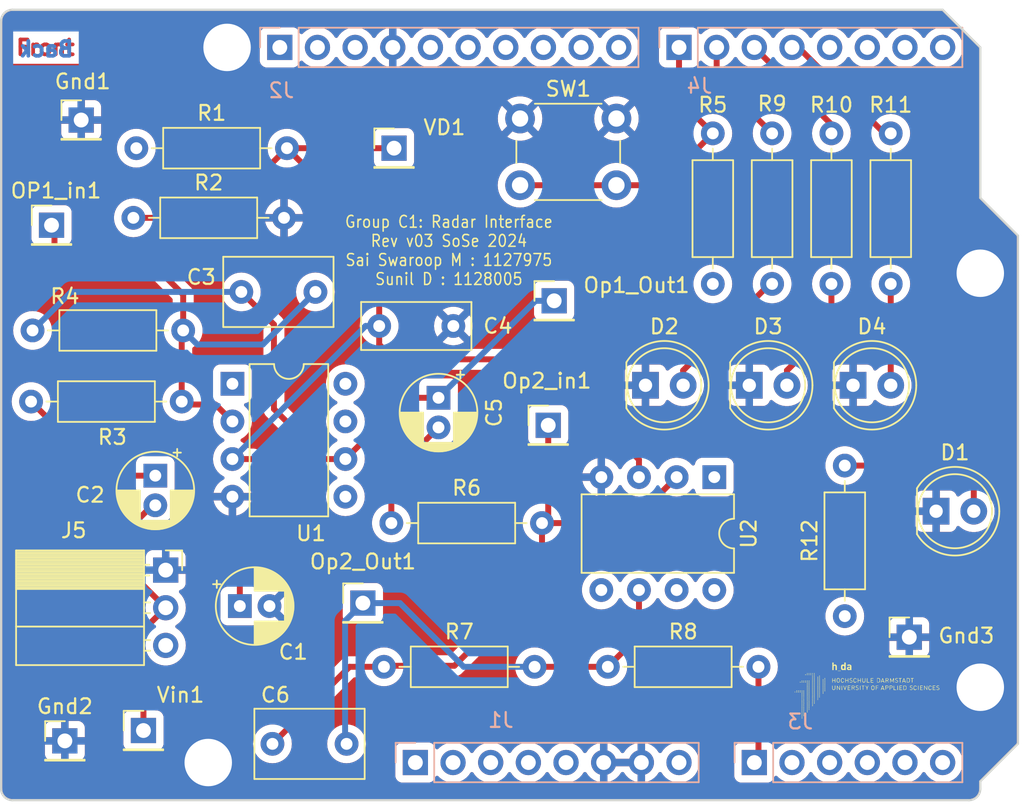
<source format=kicad_pcb>
(kicad_pcb (version 20240108) (generator "pcbnew") (generator_version "8.0")
  (title_block (title "Movement detection based on IPM-165 Radar Interface") (date "2024-05-26") (rev "v03") (company "Hochschule Darmstadt") (comment 1 "Sai Swaroop Maram; Sunil Dabbiru"))
  (layers (0 "F.Cu" signal) (1 "In1.Cu" power "Gnd.Cu") (2 "In2.Cu" power "VCC.Cu") (31 "B.Cu" signal) (34 "B.Paste" user) (35 "F.Paste" user) (36 "B.SilkS" user "B.Silkscreen") (37 "F.SilkS" user "F.Silkscreen") (38 "B.Mask" user) (39 "F.Mask" user) (44 "Edge.Cuts" user))
  (net 0 "")
  (net 1 "GND")
  (net 3 "+5V")
  (net 4 "/IOREF")
  (net 5 "Net-(U1-+)")
  (net 6 "/A1")
  (net 7 "/A2")
  (net 8 "/A3")
  (net 9 "/SDA{slash}A4")
  (net 10 "/SCL{slash}A5")
  (net 11 "/13")
  (net 12 "/12")
  (net 13 "/AREF")
  (net 14 "/8")
  (net 15 "Net-(C2-Pad1)")
  (net 16 "/*11")
  (net 17 "/*10")
  (net 18 "/*9")
  (net 19 "Radar")
  (net 20 "/2")
  (net 21 "Net-(C3-Pad2)")
  (net 22 "Net-(U1--)")
  (net 23 "/TX{slash}1")
  (net 24 "/*3")
  (net 25 "/RX{slash}0")
  (net 26 "Net-(C5-Pad2)")
  (net 28 "/~{RESET}")
  (net 29 "Net-(C6-Pad2)")
  (net 30 "Net-(U2--)")
  (net 31 "Net-(D1-A)")
  (net 32 "Net-(D2-A)")
  (net 33 "Net-(D3-A)")
  (net 34 "Net-(D4-A)")
  (net 36 "VOut")
  (net 37 "Push_Buttoni")
  (net 38 "LED_Redo")
  (net 39 "LED_Greeno")
  (net 40 "LED_Yellowo")
  (footprint "LOGO" (layer "F.Cu") (at 158.4 92.6)
    (property "Reference" "G***" (hide yes))
    (property "Value" "LOGO" (hide yes))
  )
  (footprint "Resistor_THT:R_Axial_DIN0207_L6.3mm_D2.5mm_P10.16mm_Horizontal" (layer "F.Cu") (at 126.32 81.3)
    (property "Reference" "R6" (at 5.08 -2.37 0) (layer "F.SilkS"))
    (property "Value" "33K")
    (pad "1" thru_hole circle (at 0 0) (size 1.6 1.6) (drill 0.8) (layers "*.Cu" "*.Mask") (net 26 "Net-(C5-Pad2)"))
    (pad "2" thru_hole oval (at 10.16 0) (size 1.6 1.6) (drill 0.8) (layers "*.Cu" "*.Mask") (net 30 "Net-(U2--)"))
  )
  (footprint "Connector_PinHeader_2.54mm:PinHeader_1x01_P2.54mm_Vertical" (layer "F.Cu") (at 104.3 96)
    (property "Reference" "Gnd2" (at 0 -2.33 0) (layer "F.SilkS"))
    (property "Value" "Gnd")
    (pad "1" thru_hole rect (at 0 0) (size 1.7 1.7) (drill 1) (layers "*.Cu" "*.Mask") (net 1 "GND"))
  )
  (footprint "Connector_PinHeader_2.54mm:PinHeader_1x01_P2.54mm_Vertical" (layer "F.Cu") (at 126.5 56)
    (property "Reference" "VD1" (at 3.4 -1.4 0) (layer "F.SilkS"))
    (property "Value" "Voltage Divider")
    (pad "1" thru_hole rect (at 0 0) (size 1.7 1.7) (drill 1) (layers "*.Cu" "*.Mask") (net 5 "Net-(U1-+)"))
  )
  (footprint "Connector_PinHeader_2.54mm:PinHeader_1x01_P2.54mm_Vertical" (layer "F.Cu") (at 136.9 74.7)
    (property "Reference" "Op2_in1" (at -0.1 -3 0) (layer "F.SilkS"))
    (property "Value" "OP2_In")
    (pad "1" thru_hole rect (at 0 0) (size 1.7 1.7) (drill 1) (layers "*.Cu" "*.Mask") (net 30 "Net-(U2--)"))
  )
  (footprint "Capacitor_THT:CP_Radial_D5.0mm_P2.00mm" (layer "F.Cu") (at 110.4 78.1 -90)
    (property "Reference" "C2" (at 1.3 4.4 180) (layer "F.SilkS"))
    (property "Value" "4.7 u")
    (pad "1" thru_hole rect (at 0 0 270) (size 1.6 1.6) (drill 0.8) (layers "*.Cu" "*.Mask") (net 15 "Net-(C2-Pad1)"))
    (pad "2" thru_hole circle (at 2 0 270) (size 1.6 1.6) (drill 0.8) (layers "*.Cu" "*.Mask") (net 19 "Radar"))
  )
  (footprint "LED_THT:LED_D5.0mm" (layer "F.Cu") (at 163.06 80.5)
    (property "Reference" "D1" (at 1.27 -3.96 0) (layer "F.SilkS"))
    (property "Value" "LED Red")
    (pad "1" thru_hole rect (at 0 0) (size 1.8 1.8) (drill 0.9) (layers "*.Cu" "*.Mask") (net 1 "GND"))
    (pad "2" thru_hole circle (at 2.54 0) (size 1.8 1.8) (drill 0.9) (layers "*.Cu" "*.Mask") (net 31 "Net-(D1-A)"))
  )
  (footprint "Connector_PinHeader_2.54mm:PinHeader_1x01_P2.54mm_Vertical" (layer "F.Cu") (at 137.3 66.3)
    (property "Reference" "Op1_Out1" (at 5.55 -1.05 0) (layer "F.SilkS"))
    (property "Value" "OP1_Out")
    (pad "1" thru_hole rect (at 0 0) (size 1.7 1.7) (drill 1) (layers "*.Cu" "*.Mask") (net 21 "Net-(C3-Pad2)"))
  )
  (footprint "Resistor_THT:R_Axial_DIN0207_L6.3mm_D2.5mm_P10.16mm_Horizontal" (layer "F.Cu") (at 108.92 60.7)
    (property "Reference" "R2" (at 5.08 -2.37 0) (layer "F.SilkS"))
    (property "Value" "1K")
    (pad "1" thru_hole circle (at 0 0) (size 1.6 1.6) (drill 0.8) (layers "*.Cu" "*.Mask") (net 5 "Net-(U1-+)"))
    (pad "2" thru_hole oval (at 10.16 0) (size 1.6 1.6) (drill 0.8) (layers "*.Cu" "*.Mask") (net 1 "GND"))
  )
  (footprint "Capacitor_THT:C_Rect_L7.2mm_W4.5mm_P5.00mm_FKS2_FKP2_MKS2_MKP2" (layer "F.Cu") (at 118.3 96.2)
    (property "Reference" "C6" (at 0.2 -3.3 0) (layer "F.SilkS"))
    (property "Value" "3.3 n")
    (pad "1" thru_hole circle (at 0 0) (size 1.6 1.6) (drill 0.8) (layers "*.Cu" "*.Mask") (net 30 "Net-(U2--)"))
    (pad "2" thru_hole circle (at 5 0) (size 1.6 1.6) (drill 0.8) (layers "*.Cu" "*.Mask") (net 29 "Net-(C6-Pad2)"))
  )
  (footprint "Resistor_THT:R_Axial_DIN0207_L6.3mm_D2.5mm_P10.16mm_Horizontal" (layer "F.Cu") (at 109.12 56)
    (property "Reference" "R1" (at 5.08 -2.37 0) (layer "F.SilkS"))
    (property "Value" "1K")
    (pad "1" thru_hole circle (at 0 0) (size 1.6 1.6) (drill 0.8) (layers "*.Cu" "*.Mask") (net 3 "+5V"))
    (pad "2" thru_hole oval (at 10.16 0) (size 1.6 1.6) (drill 0.8) (layers "*.Cu" "*.Mask") (net 5 "Net-(U1-+)"))
  )
  (footprint "Resistor_THT:R_Axial_DIN0207_L6.3mm_D2.5mm_P10.16mm_Horizontal" (layer "F.Cu") (at 125.82 91)
    (property "Reference" "R7" (at 5.08 -2.37 0) (layer "F.SilkS"))
    (property "Value" "100K")
    (pad "1" thru_hole circle (at 0 0) (size 1.6 1.6) (drill 0.8) (layers "*.Cu" "*.Mask") (net 30 "Net-(U2--)"))
    (pad "2" thru_hole oval (at 10.16 0) (size 1.6 1.6) (drill 0.8) (layers "*.Cu" "*.Mask") (net 29 "Net-(C6-Pad2)"))
  )
  (footprint "Connector_PinHeader_2.54mm:PinHeader_1x01_P2.54mm_Vertical" (layer "F.Cu") (at 105.4 54.1)
    (property "Reference" "Gnd1" (at 0.1 -2.6 0) (layer "F.SilkS"))
    (property "Value" "Gnd")
    (pad "1" thru_hole rect (at 0 0) (size 1.7 1.7) (drill 1) (layers "*.Cu" "*.Mask") (net 1 "GND"))
  )
  (footprint "Package_DIP:DIP-8_W7.62mm" (layer "F.Cu") (at 148.1 78.2 -90)
    (property "Reference" "U2" (at 3.81 -2.33 90) (layer "F.SilkS"))
    (property "Value" "OPA340P")
    (pad "1" thru_hole rect (at 0 0 270) (size 1.6 1.6) (drill 0.8) (layers "*.Cu" "*.Mask"))
    (pad "2" thru_hole oval (at 0 2.54 270) (size 1.6 1.6) (drill 0.8) (layers "*.Cu" "*.Mask") (net 30 "Net-(U2--)"))
    (pad "3" thru_hole oval (at 0 5.08 270) (size 1.6 1.6) (drill 0.8) (layers "*.Cu" "*.Mask") (net 5 "Net-(U1-+)"))
    (pad "4" thru_hole oval (at 0 7.62 270) (size 1.6 1.6) (drill 0.8) (layers "*.Cu" "*.Mask") (net 1 "GND"))
    (pad "5" thru_hole oval (at 7.62 7.62 270) (size 1.6 1.6) (drill 0.8) (layers "*.Cu" "*.Mask"))
    (pad "6" thru_hole oval (at 7.62 5.08 270) (size 1.6 1.6) (drill 0.8) (layers "*.Cu" "*.Mask") (net 29 "Net-(C6-Pad2)"))
    (pad "7" thru_hole oval (at 7.62 2.54 270) (size 1.6 1.6) (drill 0.8) (layers "*.Cu" "*.Mask") (net 3 "+5V"))
    (pad "8" thru_hole oval (at 7.62 0 270) (size 1.6 1.6) (drill 0.8) (layers "*.Cu" "*.Mask"))
  )
  (footprint "LED_THT:LED_D5.0mm" (layer "F.Cu") (at 157.46 72)
    (property "Reference" "D4" (at 1.27 -3.96 0) (layer "F.SilkS"))
    (property "Value" "Green")
    (pad "1" thru_hole rect (at 0 0) (size 1.8 1.8) (drill 0.9) (layers "*.Cu" "*.Mask") (net 1 "GND"))
    (pad "2" thru_hole circle (at 2.54 0) (size 1.8 1.8) (drill 0.9) (layers "*.Cu" "*.Mask") (net 34 "Net-(D4-A)"))
  )
  (footprint "Arduino_MountingHole:MountingHole_3.2mm" (layer "F.Cu") (at 115.24 49.2)
    (property "Reference" "MH1" (hide yes))
    (property "Value" "MountingHole_3.2mm" (hide yes))
    (pad "" np_thru_hole circle (at 0 0) (size 3.2 3.2) (drill 3.2) (layers "*.Cu" "*.Mask"))
  )
  (footprint "Resistor_THT:R_Axial_DIN0207_L6.3mm_D2.5mm_P10.16mm_Horizontal" (layer "F.Cu") (at 140.92 91)
    (property "Reference" "R8" (at 5.08 -2.37 0) (layer "F.SilkS"))
    (property "Value" "100")
    (pad "1" thru_hole circle (at 0 0) (size 1.6 1.6) (drill 0.8) (layers "*.Cu" "*.Mask") (net 29 "Net-(C6-Pad2)"))
    (pad "2" thru_hole oval (at 10.16 0) (size 1.6 1.6) (drill 0.8) (layers "*.Cu" "*.Mask") (net 36 "VOut"))
  )
  (footprint "Resistor_THT:R_Axial_DIN0207_L6.3mm_D2.5mm_P10.16mm_Horizontal" (layer "F.Cu") (at 156 55 -90)
    (property "Reference" "R10" (at -1.92 0 180) (layer "F.SilkS"))
    (property "Value" "330")
    (pad "1" thru_hole circle (at 0 0 270) (size 1.6 1.6) (drill 0.8) (layers "*.Cu" "*.Mask") (net 40 "LED_Yellowo"))
    (pad "2" thru_hole oval (at 10.16 0 270) (size 1.6 1.6) (drill 0.8) (layers "*.Cu" "*.Mask") (net 33 "Net-(D3-A)"))
  )
  (footprint "Resistor_THT:R_Axial_DIN0207_L6.3mm_D2.5mm_P10.16mm_Horizontal" (layer "F.Cu") (at 112.28 68.3 180)
    (property "Reference" "R4" (at 7.98 2.3 180) (layer "F.SilkS"))
    (property "Value" "220K")
    (pad "1" thru_hole circle (at 0 0 180) (size 1.6 1.6) (drill 0.8) (layers "*.Cu" "*.Mask") (net 22 "Net-(U1--)"))
    (pad "2" thru_hole oval (at 10.16 0 180) (size 1.6 1.6) (drill 0.8) (layers "*.Cu" "*.Mask") (net 21 "Net-(C3-Pad2)"))
  )
  (footprint "Connector_PinHeader_2.54mm:PinHeader_1x01_P2.54mm_Vertical" (layer "F.Cu") (at 124.4 86.7)
    (property "Reference" "Op2_Out1" (at 0 -2.8 0) (layer "F.SilkS"))
    (property "Value" "OP2_out")
    (pad "1" thru_hole rect (at 0 0) (size 1.7 1.7) (drill 1) (layers "*.Cu" "*.Mask") (net 29 "Net-(C6-Pad2)"))
  )
  (footprint "Capacitor_THT:CP_Radial_D5.0mm_P2.00mm" (layer "F.Cu") (at 129.5 72.844888 -90)
    (property "Reference" "C5" (at 1 -3.75 90) (layer "F.SilkS"))
    (property "Value" "4.7 u")
    (pad "1" thru_hole rect (at 0 0 270) (size 1.6 1.6) (drill 0.8) (layers "*.Cu" "*.Mask") (net 21 "Net-(C3-Pad2)"))
    (pad "2" thru_hole circle (at 2 0 270) (size 1.6 1.6) (drill 0.8) (layers "*.Cu" "*.Mask") (net 26 "Net-(C5-Pad2)"))
  )
  (footprint "Connector_PinHeader_2.54mm:PinHeader_1x01_P2.54mm_Vertical" (layer "F.Cu") (at 103.4 61.2)
    (property "Reference" "OP1_in1" (at 0.3 -2.33 0) (layer "F.SilkS"))
    (property "Value" "OP1_In")
    (pad "1" thru_hole rect (at 0 0) (size 1.7 1.7) (drill 1) (layers "*.Cu" "*.Mask") (net 22 "Net-(U1--)"))
  )
  (footprint "Resistor_THT:R_Axial_DIN0207_L6.3mm_D2.5mm_P10.16mm_Horizontal" (layer "F.Cu") (at 148 65.16 90)
    (property "Reference" "R5" (at 12.08 0 0) (layer "F.SilkS"))
    (property "Value" "10K")
    (pad "1" thru_hole circle (at 0 0 90) (size 1.6 1.6) (drill 0.8) (layers "*.Cu" "*.Mask") (net 3 "+5V"))
    (pad "2" thru_hole oval (at 10.16 0 90) (size 1.6 1.6) (drill 0.8) (layers "*.Cu" "*.Mask") (net 37 "Push_Buttoni"))
  )
  (footprint "LED_THT:LED_D5.0mm" (layer "F.Cu") (at 143.46 72)
    (property "Reference" "D2" (at 1.27 -3.96 0) (layer "F.SilkS"))
    (property "Value" "Red")
    (pad "1" thru_hole rect (at 0 0) (size 1.8 1.8) (drill 0.9) (layers "*.Cu" "*.Mask") (net 1 "GND"))
    (pad "2" thru_hole circle (at 2.54 0) (size 1.8 1.8) (drill 0.9) (layers "*.Cu" "*.Mask") (net 32 "Net-(D2-A)"))
  )
  (footprint "Button_Switch_THT:SW_PUSH_6mm_H7.3mm" (layer "F.Cu") (at 135 54)
    (property "Reference" "SW1" (at 3.25 -2 0) (layer "F.SilkS"))
    (property "Value" "SW_Push")
    (pad "1" thru_hole circle (at 0 0 90) (size 2 2) (drill 1.1) (layers "*.Cu" "*.Mask") (net 1 "GND"))
    (pad "1" thru_hole circle (at 6.5 0 90) (size 2 2) (drill 1.1) (layers "*.Cu" "*.Mask") (net 1 "GND"))
    (pad "2" thru_hole circle (at 0 4.5 90) (size 2 2) (drill 1.1) (layers "*.Cu" "*.Mask") (net 37 "Push_Buttoni"))
    (pad "2" thru_hole circle (at 6.5 4.5 90) (size 2 2) (drill 1.1) (layers "*.Cu" "*.Mask") (net 37 "Push_Buttoni"))
  )
  (footprint "LED_THT:LED_D5.0mm" (layer "F.Cu") (at 150.46 72)
    (property "Reference" "D3" (at 1.27 -3.96 0) (layer "F.SilkS"))
    (property "Value" "Yellow")
    (pad "1" thru_hole rect (at 0 0) (size 1.8 1.8) (drill 0.9) (layers "*.Cu" "*.Mask") (net 1 "GND"))
    (pad "2" thru_hole circle (at 2.54 0) (size 1.8 1.8) (drill 0.9) (layers "*.Cu" "*.Mask") (net 33 "Net-(D3-A)"))
  )
  (footprint "Capacitor_THT:C_Rect_L7.2mm_W3.0mm_P5.00mm_FKS2_FKP2_MKS2_MKP2" (layer "F.Cu") (at 125.5 68)
    (property "Reference" "C4" (at 8 0 0) (layer "F.SilkS"))
    (property "Value" "100 n")
    (pad "1" thru_hole circle (at 0 0) (size 1.6 1.6) (drill 0.8) (layers "*.Cu" "*.Mask") (net 5 "Net-(U1-+)"))
    (pad "2" thru_hole circle (at 5 0) (size 1.6 1.6) (drill 0.8) (layers "*.Cu" "*.Mask") (net 1 "GND"))
  )
  (footprint "Resistor_THT:R_Axial_DIN0207_L6.3mm_D2.5mm_P10.16mm_Horizontal" (layer "F.Cu") (at 152 55 -90)
    (property "Reference" "R9" (at -2 0 180) (layer "F.SilkS"))
    (property "Value" "330")
    (pad "1" thru_hole circle (at 0 0 270) (size 1.6 1.6) (drill 0.8) (layers "*.Cu" "*.Mask") (net 38 "LED_Redo"))
    (pad "2" thru_hole oval (at 10.16 0 270) (size 1.6 1.6) (drill 0.8) (layers "*.Cu" "*.Mask") (net 32 "Net-(D2-A)"))
  )
  (footprint "Connector_PinSocket_2.54mm:PinSocket_1x03_P2.54mm_Horizontal" (layer "F.Cu") (at 111.1 84.475)
    (property "Reference" "J5" (at -6.2 -2.675 0) (layer "F.SilkS"))
    (property "Value" "Conn_01x03_Pin")
    (pad "1" thru_hole rect (at 0 0) (size 1.7 1.7) (drill 1) (layers "*.Cu" "*.Mask") (net 1 "GND"))
    (pad "2" thru_hole oval (at 0 2.54) (size 1.7 1.7) (drill 1) (layers "*.Cu" "*.Mask") (net 19 "Radar"))
    (pad "3" thru_hole oval (at 0 5.08) (size 1.7 1.7) (drill 1) (layers "*.Cu" "*.Mask") (net 3 "+5V"))
  )
  (footprint "Connector_PinHeader_2.54mm:PinHeader_1x01_P2.54mm_Vertical" (layer "F.Cu") (at 161.25 89)
    (property "Reference" "Gnd3" (at 3.85 -0.1 0) (layer "F.SilkS"))
    (property "Value" "Gnd")
    (pad "1" thru_hole rect (at 0 0) (size 1.7 1.7) (drill 1) (layers "*.Cu" "*.Mask") (net 1 "GND"))
  )
  (footprint "Resistor_THT:R_Axial_DIN0207_L6.3mm_D2.5mm_P10.16mm_Horizontal" (layer "F.Cu") (at 156.9 87.58 90)
    (property "Reference" "R12" (at 5.08 -2.37 -90) (layer "F.SilkS"))
    (property "Value" "330")
    (pad "1" thru_hole circle (at 0 0 90) (size 1.6 1.6) (drill 0.8) (layers "*.Cu" "*.Mask") (net 3 "+5V"))
    (pad "2" thru_hole oval (at 10.16 0 90) (size 1.6 1.6) (drill 0.8) (layers "*.Cu" "*.Mask") (net 31 "Net-(D1-A)"))
  )
  (footprint "Capacitor_THT:C_Rect_L7.2mm_W4.5mm_P5.00mm_FKS2_FKP2_MKS2_MKP2" (layer "F.Cu") (at 121.2 65.7 180)
    (property "Reference" "C3" (at 7.7 1 180) (layer "F.SilkS"))
    (property "Value" "1.5 n")
    (pad "1" thru_hole circle (at 0 0 180) (size 1.6 1.6) (drill 0.8) (layers "*.Cu" "*.Mask") (net 22 "Net-(U1--)"))
    (pad "2" thru_hole circle (at 5 0 180) (size 1.6 1.6) (drill 0.8) (layers "*.Cu" "*.Mask") (net 21 "Net-(C3-Pad2)"))
  )
  (footprint "Resistor_THT:R_Axial_DIN0207_L6.3mm_D2.5mm_P10.16mm_Horizontal" (layer "F.Cu") (at 102.02 73.1)
    (property "Reference" "R3" (at 5.48 2.4 0) (layer "F.SilkS"))
    (property "Value" "2.2K")
    (pad "1" thru_hole circle (at 0 0) (size 1.6 1.6) (drill 0.8) (layers "*.Cu" "*.Mask") (net 15 "Net-(C2-Pad1)"))
    (pad "2" thru_hole oval (at 10.16 0) (size 1.6 1.6) (drill 0.8) (layers "*.Cu" "*.Mask") (net 22 "Net-(U1--)"))
  )
  (footprint "Connector_PinHeader_2.54mm:PinHeader_1x01_P2.54mm_Vertical" (layer "F.Cu") (at 109.6 95.3)
    (property "Reference" "Vin1" (at 2.5 -2.4 0) (layer "F.SilkS"))
    (property "Value" "Vin")
    (pad "1" thru_hole rect (at 0 0) (size 1.7 1.7) (drill 1) (layers "*.Cu" "*.Mask") (net 19 "Radar"))
  )
  (footprint "Resistor_THT:R_Axial_DIN0207_L6.3mm_D2.5mm_P10.16mm_Horizontal" (layer "F.Cu") (at 160 55 -90)
    (property "Reference" "R11" (at -1.92 0 180) (layer "F.SilkS"))
    (property "Value" "330")
    (pad "1" thru_hole circle (at 0 0 270) (size 1.6 1.6) (drill 0.8) (layers "*.Cu" "*.Mask") (net 39 "LED_Greeno"))
    (pad "2" thru_hole oval (at 10.16 0 270) (size 1.6 1.6) (drill 0.8) (layers "*.Cu" "*.Mask") (net 34 "Net-(D4-A)"))
  )
  (footprint "Arduino_MountingHole:MountingHole_3.2mm" (layer "F.Cu") (at 113.97 97.46)
    (property "Reference" "MH2" (hide yes))
    (property "Value" "MountingHole_3.2mm" (hide yes))
    (pad "" np_thru_hole circle (at 0 0) (size 3.2 3.2) (drill 3.2) (layers "*.Cu" "*.Mask"))
  )
  (footprint "Package_DIP:DIP-8_W7.62mm" (layer "F.Cu") (at 115.6 71.9)
    (property "Reference" "U1" (at 5.3 10.1 0) (layer "F.SilkS"))
    (property "Value" "OPA340P")
    (pad "1" thru_hole rect (at 0 0) (size 1.6 1.6) (drill 0.8) (layers "*.Cu" "*.Mask"))
    (pad "2" thru_hole oval (at 0 2.54) (size 1.6 1.6) (drill 0.8) (layers "*.Cu" "*.Mask") (net 22 "Net-(U1--)"))
    (pad "3" thru_hole oval (at 0 5.08) (size 1.6 1.6) (drill 0.8) (layers "*.Cu" "*.Mask") (net 5 "Net-(U1-+)"))
    (pad "4" thru_hole oval (at 0 7.62) (size 1.6 1.6) (drill 0.8) (layers "*.Cu" "*.Mask") (net 1 "GND"))
    (pad "5" thru_hole oval (at 7.62 7.62) (size 1.6 1.6) (drill 0.8) (layers "*.Cu" "*.Mask"))
    (pad "6" thru_hole oval (at 7.62 5.08) (size 1.6 1.6) (drill 0.8) (layers "*.Cu" "*.Mask") (net 21 "Net-(C3-Pad2)"))
    (pad "7" thru_hole oval (at 7.62 2.54) (size 1.6 1.6) (drill 0.8) (layers "*.Cu" "*.Mask") (net 3 "+5V"))
    (pad "8" thru_hole oval (at 7.62 0) (size 1.6 1.6) (drill 0.8) (layers "*.Cu" "*.Mask"))
  )
  (footprint "Arduino_MountingHole:MountingHole_3.2mm" (layer "F.Cu") (at 166.04 64.44)
    (property "Reference" "MH3" (hide yes))
    (property "Value" "MountingHole_3.2mm" (hide yes))
    (pad "" np_thru_hole circle (at 0 0) (size 3.2 3.2) (drill 3.2) (layers "*.Cu" "*.Mask"))
  )
  (footprint "Arduino_MountingHole:MountingHole_3.2mm" (layer "F.Cu") (at 166.04 92.38)
    (property "Reference" "MH4" (hide yes))
    (property "Value" "MountingHole_3.2mm" (hide yes))
    (pad "" np_thru_hole circle (at 0 0) (size 3.2 3.2) (drill 3.2) (layers "*.Cu" "*.Mask"))
  )
  (footprint "Capacitor_THT:CP_Radial_D5.0mm_P2.00mm" (layer "F.Cu") (at 116.1 86.9)
    (property "Reference" "C1" (at 3.6 3.1 0) (layer "F.SilkS"))
    (property "Value" "22 u")
    (pad "1" thru_hole rect (at 0 0) (size 1.6 1.6) (drill 0.8) (layers "*.Cu" "*.Mask") (net 5 "Net-(U1-+)"))
    (pad "2" thru_hole circle (at 2 0) (size 1.6 1.6) (drill 0.8) (layers "*.Cu" "*.Mask") (net 1 "GND"))
  )
  (footprint "Connector_PinHeader_2.54mm:PinHeader_1x08_P2.54mm_Vertical" (layer "B.Cu") (at 127.94 97.46 -90)
    (property "Reference" "J1" (at -2.86 -5.76 0) (layer "B.SilkS") (effects (justify mirror)))
    (property "Value" "Power")
    (pad "1" thru_hole rect (at 0 0 270) (size 1.7 1.7) (drill 1) (layers "*.Cu" "*.Mask"))
    (pad "2" thru_hole oval (at 0 -2.54 270) (size 1.7 1.7) (drill 1) (layers "*.Cu" "*.Mask") (net 4 "/IOREF"))
    (pad "3" thru_hole oval (at 0 -5.08 270) (size 1.7 1.7) (drill 1) (layers "*.Cu" "*.Mask") (net 28 "/~{RESET}"))
    (pad "4" thru_hole oval (at 0 -7.62 270) (size 1.7 1.7) (drill 1) (layers "*.Cu" "*.Mask"))
    (pad "5" thru_hole oval (at 0 -10.16 270) (size 1.7 1.7) (drill 1) (layers "*.Cu" "*.Mask") (net 3 "+5V"))
    (pad "6" thru_hole oval (at 0 -12.7 270) (size 1.7 1.7) (drill 1) (layers "*.Cu" "*.Mask") (net 1 "GND"))
    (pad "7" thru_hole oval (at 0 -15.24 270) (size 1.7 1.7) (drill 1) (layers "*.Cu" "*.Mask") (net 1 "GND"))
    (pad "8" thru_hole oval (at 0 -17.78 270) (size 1.7 1.7) (drill 1) (layers "*.Cu" "*.Mask"))
  )
  (footprint "Connector_PinHeader_2.54mm:PinHeader_1x06_P2.54mm_Vertical" (layer "B.Cu") (at 150.8 97.46 -90)
    (property "Reference" "J3" (at -2.76 -3.1 0) (layer "B.SilkS") (effects (justify mirror)))
    (property "Value" "Analog")
    (pad "1" thru_hole rect (at 0 0 270) (size 1.7 1.7) (drill 1) (layers "*.Cu" "*.Mask") (net 36 "VOut"))
    (pad "2" thru_hole oval (at 0 -2.54 270) (size 1.7 1.7) (drill 1) (layers "*.Cu" "*.Mask") (net 6 "/A1"))
    (pad "3" thru_hole oval (at 0 -5.08 270) (size 1.7 1.7) (drill 1) (layers "*.Cu" "*.Mask") (net 7 "/A2"))
    (pad "4" thru_hole oval (at 0 -7.62 270) (size 1.7 1.7) (drill 1) (layers "*.Cu" "*.Mask") (net 8 "/A3"))
    (pad "5" thru_hole oval (at 0 -10.16 270) (size 1.7 1.7) (drill 1) (layers "*.Cu" "*.Mask") (net 9 "/SDA{slash}A4"))
    (pad "6" thru_hole oval (at 0 -12.7 270) (size 1.7 1.7) (drill 1) (layers "*.Cu" "*.Mask") (net 10 "/SCL{slash}A5"))
  )
  (footprint "Connector_PinHeader_2.54mm:PinHeader_1x10_P2.54mm_Vertical" (layer "B.Cu") (at 118.796 49.2 -90)
    (property "Reference" "J2" (at 2.9 -0.104 180) (layer "B.SilkS") (effects (justify mirror)))
    (property "Value" "Digital/PWM")
    (pad "1" thru_hole rect (at 0 0 270) (size 1.7 1.7) (drill 1) (layers "*.Cu" "*.Mask"))
    (pad "2" thru_hole oval (at 0 -2.54 270) (size 1.7 1.7) (drill 1) (layers "*.Cu" "*.Mask"))
    (pad "3" thru_hole oval (at 0 -5.08 270) (size 1.7 1.7) (drill 1) (layers "*.Cu" "*.Mask") (net 13 "/AREF"))
    (pad "4" thru_hole oval (at 0 -7.62 270) (size 1.7 1.7) (drill 1) (layers "*.Cu" "*.Mask") (net 1 "GND"))
    (pad "5" thru_hole oval (at 0 -10.16 270) (size 1.7 1.7) (drill 1) (layers "*.Cu" "*.Mask") (net 11 "/13"))
    (pad "6" thru_hole oval (at 0 -12.7 270) (size 1.7 1.7) (drill 1) (layers "*.Cu" "*.Mask") (net 12 "/12"))
    (pad "7" thru_hole oval (at 0 -15.24 270) (size 1.7 1.7) (drill 1) (layers "*.Cu" "*.Mask") (net 16 "/*11"))
    (pad "8" thru_hole oval (at 0 -17.78 270) (size 1.7 1.7) (drill 1) (layers "*.Cu" "*.Mask") (net 17 "/*10"))
    (pad "9" thru_hole oval (at 0 -20.32 270) (size 1.7 1.7) (drill 1) (layers "*.Cu" "*.Mask") (net 18 "/*9"))
    (pad "10" thru_hole oval (at 0 -22.86 270) (size 1.7 1.7) (drill 1) (layers "*.Cu" "*.Mask") (net 14 "/8"))
  )
  (footprint "Connector_PinHeader_2.54mm:PinHeader_1x08_P2.54mm_Vertical" (layer "B.Cu") (at 145.72 49.2 -90)
    (property "Reference" "J4" (at 2.6 -1.38 0) (layer "B.SilkS") (effects (justify mirror)))
    (property "Value" "Digital/PWM")
    (pad "1" thru_hole rect (at 0 0 270) (size 1.7 1.7) (drill 1) (layers "*.Cu" "*.Mask") (net 37 "Push_Buttoni"))
    (pad "2" thru_hole oval (at 0 -2.54 270) (size 1.7 1.7) (drill 1) (layers "*.Cu" "*.Mask") (net 38 "LED_Redo"))
    (pad "3" thru_hole oval (at 0 -5.08 270) (size 1.7 1.7) (drill 1) (layers "*.Cu" "*.Mask") (net 40 "LED_Yellowo"))
    (pad "4" thru_hole oval (at 0 -7.62 270) (size 1.7 1.7) (drill 1) (layers "*.Cu" "*.Mask") (net 39 "LED_Greeno"))
    (pad "5" thru_hole oval (at 0 -10.16 270) (size 1.7 1.7) (drill 1) (layers "*.Cu" "*.Mask") (net 24 "/*3"))
    (pad "6" thru_hole oval (at 0 -12.7 270) (size 1.7 1.7) (drill 1) (layers "*.Cu" "*.Mask") (net 20 "/2"))
    (pad "7" thru_hole oval (at 0 -15.24 270) (size 1.7 1.7) (drill 1) (layers "*.Cu" "*.Mask") (net 23 "/TX{slash}1"))
    (pad "8" thru_hole oval (at 0 -17.78 270) (size 1.7 1.7) (drill 1) (layers "*.Cu" "*.Mask") (net 25 "/RX{slash}0"))
  )
  (gr_line (start 166.04 59.36) (end 168.58 61.9) (stroke (width 0.15)) (layer "Edge.Cuts"))
  (gr_line (start 100 99.238) (end 100 47.422) (stroke (width 0.15)) (layer "Edge.Cuts"))
  (gr_line (start 168.58 61.9) (end 168.58 96.19) (stroke (width 0.15)) (layer "Edge.Cuts"))
  (gr_line (start 165.278 100) (end 100.762 100) (stroke (width 0.15)) (layer "Edge.Cuts"))
  (gr_line (start 100.762 46.66) (end 163.5 46.66) (stroke (width 0.15)) (layer "Edge.Cuts"))
  (gr_arc (start 100.762 100) (mid 100.223185 99.776815) (end 100 99.238) (stroke (width 0.15)) (layer "Edge.Cuts"))
  (gr_line (start 168.58 96.19) (end 166.04 98.73) (stroke (width 0.15)) (layer "Edge.Cuts"))
  (gr_line (start 163.5 46.66) (end 166.04 49.2) (stroke (width 0.15)) (layer "Edge.Cuts"))
  (gr_arc (start 166.04 99.238) (mid 165.816815 99.776815) (end 165.278 100) (stroke (width 0.15)) (layer "Edge.Cuts"))
  (gr_line (start 166.04 49.2) (end 166.04 59.36) (stroke (width 0.15)) (layer "Edge.Cuts"))
  (gr_line (start 166.04 98.73) (end 166.04 99.238) (stroke (width 0.15)) (layer "Edge.Cuts"))
  (gr_arc (start 100 47.422) (mid 100.223185 46.883185) (end 100.762 46.66) (stroke (width 0.15)) (layer "Edge.Cuts"))
  (gr_text "Front" (at 100.9 49.8 0) (layer "F.Cu") (effects (font (size 1 1) (thickness 0.25) (bold yes)) (justify left bottom)))
  (gr_text "Back" (at 105 49.9 0) (layer "B.Cu") (effects (font (size 1 1) (thickness 0.25) (bold yes)) (justify left bottom mirror)))
  (gr_text "Group C1: Radar Interface\nRev ${REVISION} SoSe 2024\nSai Swaroop M : 1127975\nSunil D : 1128005" (at 130.2 62.9 0) (layer "F.SilkS") (effects (font (size 0.8 0.7) (thickness 0.1))))
  (segment (start 143.02 77.02) (end 143.02 78.2) (width 0.4) (layer "F.Cu") (net 5))
  (segment (start 125.5 62.22) (end 125.5 68) (width 0.4) (layer "F.Cu") (net 5))
  (segment (start 116.1 86.9) (end 116.1 83.9) (width 0.4) (layer "F.Cu") (net 5))
  (segment (start 125.5 62.22) (end 119.28 56) (width 0.4) (layer "F.Cu") (net 5))
  (segment (start 125.5 68) (end 125.5 69.25) (width 0.4) (layer "F.Cu") (net 5))
  (segment (start 125.5 69.25) (end 126.5 70.25) (width 0.4) (layer "F.Cu") (net 5))
  (segment (start 114.58 60.7) (end 119.28 56) (width 0.4) (layer "F.Cu") (net 5))
  (segment (start 119.28 56) (end 126.5 56) (width 0.4) (layer "F.Cu") (net 5))
  (segment (start 126.5 70.25) (end 136.25 70.25) (width 0.4) (layer "F.Cu") (net 5))
  (segment (start 116.98 76.98) (end 115.6 76.98) (width 0.4) (layer "F.Cu") (net 5))
  (segment (start 108.92 60.7) (end 114.58 60.7) (width 0.4) (layer "F.Cu") (net 5))
  (segment (start 136.25 70.25) (end 143.02 77.02) (width 0.4) (layer "F.Cu") (net 5))
  (segment (start 118.5 81.5) (end 118.5 78.5) (width 0.4) (layer "F.Cu") (net 5))
  (segment (start 116.1 83.9) (end 118.5 81.5) (width 0.4) (layer "F.Cu") (net 5))
  (segment (start 118.5 78.5) (end 116.98 76.98) (width 0.4) (layer "F.Cu") (net 5))
  (segment (start 115.6 76.98) (end 124.58 68) (width 0.4) (layer "B.Cu") (net 5))
  (segment (start 124.58 68) (end 125.5 68) (width 0.4) (layer "B.Cu") (net 5))
  (segment (start 110.4 78.1) (end 107.02 78.1) (width 0.4) (layer "F.Cu") (net 15))
  (segment (start 107.02 78.1) (end 102.02 73.1) (width 0.4) (layer "F.Cu") (net 15))
  (segment (start 108.115 90) (end 111.1 87.015) (width 0.4) (layer "F.Cu") (net 19))
  (segment (start 108.05 82.25) (end 110.2 80.1) (width 0.4) (layer "F.Cu") (net 19))
  (segment (start 111.1 87.015) (end 108.05 83.965) (width 0.4) (layer "F.Cu") (net 19))
  (segment (start 109.6 95.3) (end 109.6 92.85) (width 0.4) (layer "F.Cu") (net 19))
  (segment (start 108.05 83.965) (end 108.05 82.25) (width 0.4) (layer "F.Cu") (net 19))
  (segment (start 108.115 91.365) (end 108.115 90) (width 0.4) (layer "F.Cu") (net 19))
  (segment (start 109.6 92.85) (end 108.115 91.365) (width 0.4) (layer "F.Cu") (net 19))
  (segment (start 110.2 80.1) (end 110.4 80.1) (width 0.4) (layer "F.Cu") (net 19))
  (segment (start 118.4 73.6) (end 121.78 76.98) (width 0.4) (layer "F.Cu") (net 21))
  (segment (start 116.2 65.7) (end 118.4 67.9) (width 0.4) (layer "F.Cu") (net 21))
  (segment (start 127.355112 72.844888) (end 123.22 76.98) (width 0.4) (layer "F.Cu") (net 21))
  (segment (start 129.5 72.844888) (end 127.355112 72.844888) (width 0.4) (layer "F.Cu") (net 21))
  (segment (start 121.78 76.98) (end 123.22 76.98) (width 0.4) (layer "F.Cu") (net 21))
  (segment (start 118.4 67.9) (end 118.4 73.6) (width 0.4) (layer "F.Cu") (net 21))
  (segment (start 129.5 72.844888) (end 136.044888 66.3) (width 0.4) (layer "B.Cu") (net 21))
  (segment (start 104.72 65.7) (end 116.2 65.7) (width 0.4) (layer "B.Cu") (net 21))
  (segment (start 102.12 68.3) (end 104.72 65.7) (width 0.4) (layer "B.Cu") (net 21))
  (segment (start 136.044888 66.3) (end 137.3 66.3) (width 0.4) (layer "B.Cu") (net 21))
  (segment (start 112.18 73.1) (end 112.38 73.3) (width 0.4) (layer "F.Cu") (net 22))
  (segment (start 112.28 65.88) (end 112.28 68.3) (width 0.4) (layer "F.Cu") (net 22))
  (segment (start 103.4 61.2) (end 103.6 61.2) (width 0.25) (layer "F.Cu") (net 22))
  (segment (start 109.9 63.5) (end 112.28 65.88) (width 0.4) (layer "F.Cu") (net 22))
  (segment (start 112.38 73.3) (end 114.46 73.3) (width 0.4) (layer "F.Cu") (net 22))
  (segment (start 112.28 68.38) (end 112.18 68.48) (width 0.25) (layer "F.Cu") (net 22))
  (segment (start 104.4 63.5) (end 109.9 63.5) (width 0.4) (layer "F.Cu") (net 22))
  (segment (start 103.6 61.2) (end 103.6 62.7) (width 0.4) (layer "F.Cu") (net 22))
  (segment (start 112.18 68.48) (end 112.18 73.1) (width 0.4) (layer "F.Cu") (net 22))
  (segment (start 112.28 68.3) (end 112.28 68.38) (width 0.25) (layer "F.Cu") (net 22))
  (segment (start 114.46 73.3) (end 115.6 74.44) (width 0.4) (layer "F.Cu") (net 22))
  (segment (start 103.6 62.7) (end 104.4 63.5) (width 0.4) (layer "F.Cu") (net 22))
  (segment (start 121.2 65.7) (end 117.65 69.25) (width 0.4) (layer "B.Cu") (net 22))
  (segment (start 113.23 69.25) (end 112.28 68.3) (width 0.4) (layer "B.Cu") (net 22))
  (segment (start 117.65 69.25) (end 113.23 69.25) (width 0.4) (layer "B.Cu") (net 22))
  (segment (start 126.32 81.3) (end 126.32 78.024888) (width 0.4) (layer "F.Cu") (net 26))
  (segment (start 126.32 78.024888) (end 129.5 74.844888) (width 0.4) (layer "F.Cu") (net 26))
  (segment (start 135.98 91) (end 140.92 91) (width 0.4) (layer "F.Cu") (net 29))
  (segment (start 143.02 88.9) (end 143.02 85.82) (width 0.4) (layer "F.Cu") (net 29))
  (segment (start 140.92 91) (end 143.02 88.9) (width 0.4) (layer "F.Cu") (net 29))
  (segment (start 131.2 91) (end 135.98 91) (width 0.4) (layer "B.Cu") (net 29))
  (segment (start 123.2 96.1) (end 123.2 87.9) (width 0.4) (layer "B.Cu") (net 29))
  (segment (start 126.9 86.7) (end 131.2 91) (width 0.4) (layer "B.Cu") (net 29))
  (segment (start 124.7 86.7) (end 126.9 86.7) (width 0.4) (layer "B.Cu") (net 29))
  (segment (start 123.3 96.2) (end 123.2 96.1) (width 0.25) (layer "B.Cu") (net 29))
  (segment (start 123.2 87.9) (end 124.4 86.7) (width 0.4) (layer "B.Cu") (net 29))
  (segment (start 124.4 86.7) (end 124.7 86.7) (width 0.25) (layer "B.Cu") (net 29))
  (segment (start 125.82 91) (end 123.5 91) (width 0.4) (layer "F.Cu") (net 30))
  (segment (start 136.48 81.3) (end 142.46 81.3) (width 0.4) (layer "F.Cu") (net 30))
  (segment (start 123.5 91) (end 118.3 96.2) (width 0.4) (layer "F.Cu") (net 30))
  (segment (start 130.57 90.93) (end 125.82 90.93) (width 0.4) (layer "F.Cu") (net 30))
  (segment (start 136.9 80.88) (end 136.48 81.3) (width 0.4) (layer "F.Cu") (net 30))
  (segment (start 136.9 74.7) (end 136.9 80.88) (width 0.4) (layer "F.Cu") (net 30))
  (segment (start 136.48 85.02) (end 130.57 90.93) (width 0.4) (layer "F.Cu") (net 30))
  (segment (start 142.46 81.3) (end 145.56 78.2) (width 0.4) (layer "F.Cu") (net 30))
  (segment (start 136.48 81.3) (end 136.48 85.02) (width 0.4) (layer "F.Cu") (net 30))
  (segment (start 125.82 90.93) (end 125.82 91) (width 0.25) (layer "F.Cu") (net 30))
  (segment (start 164.52 77.42) (end 165.6 78.5) (width 0.4) (layer "F.Cu") (net 31))
  (segment (start 156.9 77.42) (end 164.52 77.42) (width 0.4) (layer "F.Cu") (net 31))
  (segment (start 165.6 78.5) (end 165.6 80.5) (width 0.4) (layer "F.Cu") (net 31))
  (segment (start 151.84 65.16) (end 152 65.16) (width 0.25) (layer "F.Cu") (net 32))
  (segment (start 146 71) (end 151.84 65.16) (width 0.4) (layer "F.Cu") (net 32))
  (segment (start 146 72) (end 146 71) (width 0.4) (layer "F.Cu") (net 32))
  (segment (start 153 72) (end 153 71) (width 0.4) (layer "F.Cu") (net 33))
  (segment (start 153 71) (end 156 68) (width 0.4) (layer "F.Cu") (net 33))
  (segment (start 156 68) (end 156 65.16) (width 0.4) (layer "F.Cu") (net 33))
  (segment (start 160 72) (end 160 65.16) (width 0.4) (layer "F.Cu") (net 34))
  (segment (start 151.08 91) (end 151.08 97.18) (width 0.4) (layer "F.Cu") (net 36))
  (segment (start 151.08 97.18) (end 150.8 97.46) (width 0.4) (layer "F.Cu") (net 36))
  (segment (start 135 58.5) (end 141.5 58.5) (width 0.4) (layer "F.Cu") (net 37))
  (segment (start 148 55) (end 144.5 58.5) (width 0.4) (layer "F.Cu") (net 37))
  (segment (start 145.72 52.72) (end 145.72 49.2) (width 0.4) (layer "F.Cu") (net 37))
  (segment (start 145.72 52.72) (end 148 55) (width 0.4) (layer "F.Cu") (net 37))
  (segment (start 144.5 58.5) (end 141.5 58.5) (width 0.4) (layer "F.Cu") (net 37))
  (segment (start 148.26 51.26) (end 152 55) (width 0.4) (layer "F.Cu") (net 38))
  (segment (start 148.26 49.2) (end 148.26 51.26) (width 0.4) (layer "F.Cu") (net 38))
  (segment (start 159.57 55) (end 160 55) (width 0.25) (layer "F.Cu") (net 39))
  (segment (start 153.34 49.2) (end 153.77 49.2) (width 0.25) (layer "F.Cu") (net 39))
  (segment (start 153.77 49.2) (end 159.57 55) (width 0.4) (layer "F.Cu") (net 39))
  (segment (start 150.8 49.2) (end 156 54.4) (width 0.4) (layer "F.Cu") (net 40))
  (segment (start 156 54.4) (end 156 55) (width 0.25) (layer "F.Cu") (net 40))
  (zone (net 0) (net_name "") (layer "F.Cu") (connect_pads (clearance 0)) (min_thickness 0.25)
    (keepout (tracks not_allowed) (vias not_allowed) (pads allowed) (copperpour not_allowed) (footprints allowed))
    (fill (thermal_gap 0.5) (thermal_bridge_width 0.5))
    (polygon (pts (xy 163.95 90.3) (xy 163.95 94.45) (xy 168.1 94.45) (xy 168.1 90.3)))
  )
  (zone (net 0) (net_name "") (layer "F.Cu") (connect_pads (clearance 0)) (min_thickness 0.25)
    (keepout (tracks not_allowed) (vias not_allowed) (pads allowed) (copperpour not_allowed) (footprints allowed))
    (fill (thermal_gap 0.5) (thermal_bridge_width 0.5))
    (polygon (pts (xy 113.25 47.2) (xy 113.25 51.25) (xy 117.1 51.25) (xy 117.1 47.2)))
  )
  (zone (net 0) (net_name "") (layer "F.Cu") (connect_pads (clearance 0)) (min_thickness 0.25)
    (keepout (tracks not_allowed) (vias not_allowed) (pads allowed) (copperpour not_allowed) (footprints allowed))
    (fill (thermal_gap 0.5) (thermal_bridge_width 0.5))
    (polygon (pts (xy 111.85 95.3) (xy 111.85 99.45) (xy 116 99.45) (xy 116 95.3)))
  )
  (zone (net 0) (net_name "") (layer "F.Cu") (connect_pads (clearance 0)) (min_thickness 0.25)
    (keepout (tracks not_allowed) (vias not_allowed) (pads allowed) (copperpour not_allowed) (footprints allowed))
    (fill (thermal_gap 0.5) (thermal_bridge_width 0.5))
    (polygon (pts (xy 164 62.35) (xy 164 66.5) (xy 168.15 66.5) (xy 168.15 62.35)))
  )
  (zone (net 1) (net_name "GND") (layers "F.Cu" "In1.Cu" "B.Cu") (priority 1) (connect_pads (clearance 0.508)) (min_thickness 0.25) (fill yes (thermal_gap 0.5) (thermal_bridge_width 0.5))
    (polygon (pts (xy 100 46) (xy 164 46) (xy 169 46) (xy 169 59) (xy 169 62) (xy 169 96) (xy 169 99) (xy 169 100) (xy 100 100)))
  )
)
</source>
